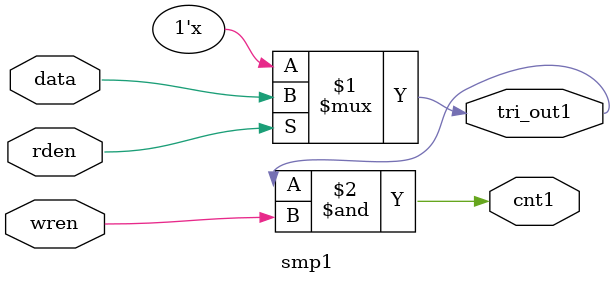
<source format=v>
module smp1(rden, wren, data, tri_out1, cnt1);
 input rden, wren, data;
 output tri_out1;
 output cnt1;
  assign tri_out1 = rden ? data : 1'bz;
  assign cnt1 = tri_out1 & wren; 
endmodule


</source>
